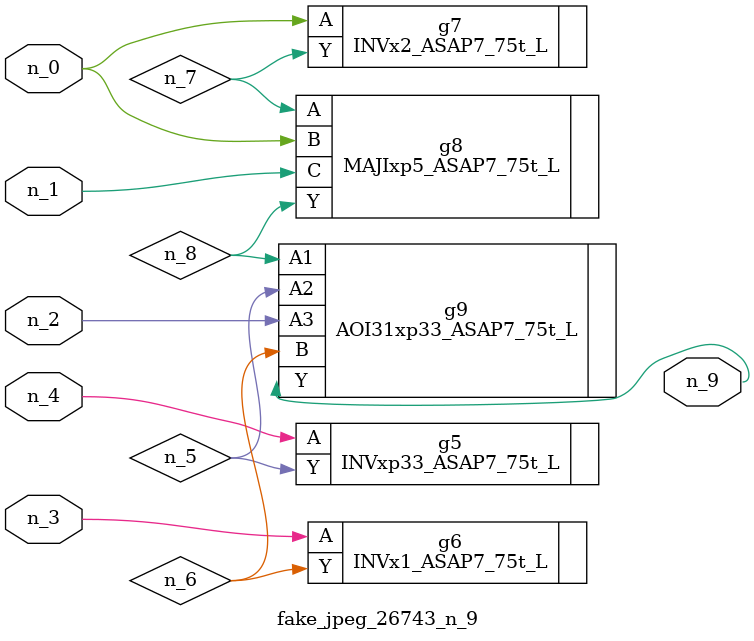
<source format=v>
module fake_jpeg_26743_n_9 (n_3, n_2, n_1, n_0, n_4, n_9);

input n_3;
input n_2;
input n_1;
input n_0;
input n_4;

output n_9;

wire n_8;
wire n_6;
wire n_5;
wire n_7;

INVxp33_ASAP7_75t_L g5 ( 
.A(n_4),
.Y(n_5)
);

INVx1_ASAP7_75t_L g6 ( 
.A(n_3),
.Y(n_6)
);

INVx2_ASAP7_75t_L g7 ( 
.A(n_0),
.Y(n_7)
);

MAJIxp5_ASAP7_75t_L g8 ( 
.A(n_7),
.B(n_0),
.C(n_1),
.Y(n_8)
);

AOI31xp33_ASAP7_75t_L g9 ( 
.A1(n_8),
.A2(n_5),
.A3(n_2),
.B(n_6),
.Y(n_9)
);


endmodule
</source>
